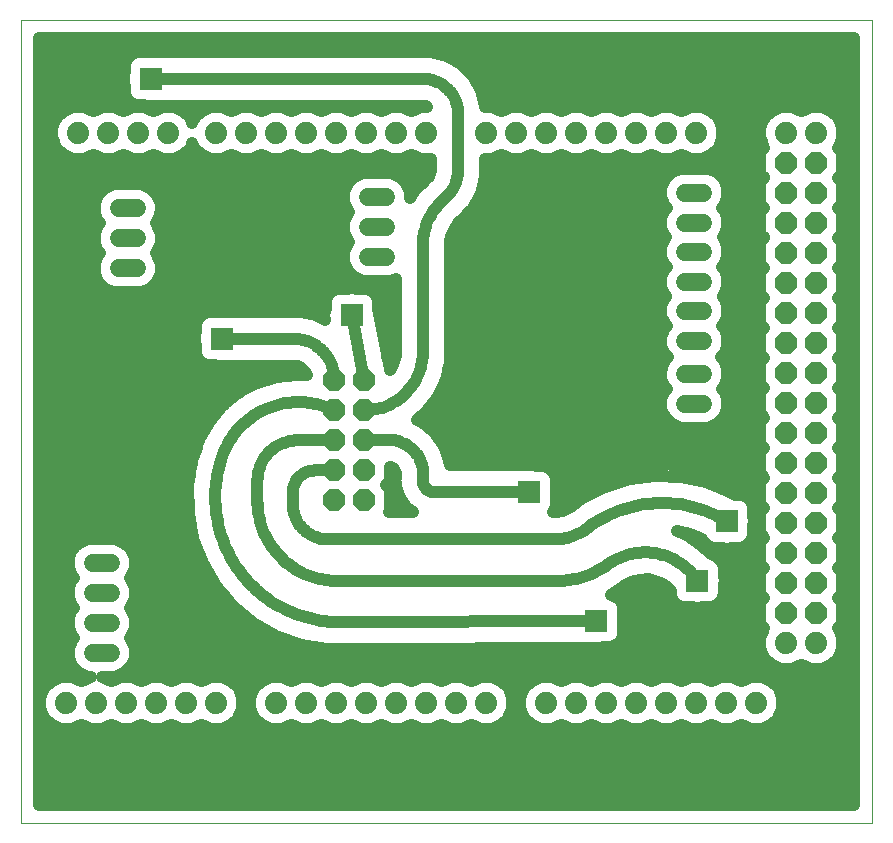
<source format=gtl>
G75*
%MOIN*%
%OFA0B0*%
%FSLAX24Y24*%
%IPPOS*%
%LPD*%
%AMOC8*
5,1,8,0,0,1.08239X$1,22.5*
%
%ADD10C,0.0000*%
%ADD11C,0.0600*%
%ADD12OC8,0.0720*%
%ADD13C,0.0740*%
%ADD14OC8,0.0740*%
%ADD15R,0.0760X0.0760*%
%ADD16C,0.0400*%
D10*
X008434Y000694D02*
X008434Y027465D01*
X036781Y027465D01*
X036781Y000694D01*
X008434Y000694D01*
D11*
X010815Y006363D02*
X011415Y006363D01*
X011415Y007363D02*
X010815Y007363D01*
X010815Y008363D02*
X011415Y008363D01*
X011415Y009363D02*
X010815Y009363D01*
X011677Y019182D02*
X012277Y019182D01*
X012277Y020182D02*
X011677Y020182D01*
X011677Y021182D02*
X012277Y021182D01*
X019988Y021556D02*
X020588Y021556D01*
X020588Y020556D02*
X019988Y020556D01*
X019988Y019556D02*
X020588Y019556D01*
X030575Y019729D02*
X031175Y019729D01*
X031175Y020698D02*
X030575Y020698D01*
X030575Y021698D02*
X031175Y021698D01*
X031175Y018729D02*
X030575Y018729D01*
X030575Y017761D02*
X031175Y017761D01*
X031175Y016761D02*
X030575Y016761D01*
X030575Y015666D02*
X031175Y015666D01*
X031175Y014666D02*
X030575Y014666D01*
D12*
X019875Y014444D03*
X019875Y015444D03*
X018875Y015444D03*
X018875Y014444D03*
X018875Y013444D03*
X019875Y013444D03*
X019875Y012444D03*
X018875Y012444D03*
X018875Y011444D03*
X019875Y011444D03*
D13*
X019938Y004694D03*
X020938Y004694D03*
X021938Y004694D03*
X022938Y004694D03*
X023938Y004694D03*
X025938Y004694D03*
X026938Y004694D03*
X027938Y004694D03*
X028938Y004694D03*
X029938Y004694D03*
X030938Y004694D03*
X031938Y004694D03*
X032938Y004694D03*
X033938Y006694D03*
X034938Y006694D03*
X018938Y004694D03*
X017938Y004694D03*
X016938Y004694D03*
X014938Y004694D03*
X013938Y004694D03*
X012938Y004694D03*
X011938Y004694D03*
X010938Y004694D03*
X009938Y004694D03*
X010338Y023694D03*
X011338Y023694D03*
X012338Y023694D03*
X013338Y023694D03*
X014938Y023694D03*
X015938Y023694D03*
X016938Y023694D03*
X017938Y023694D03*
X018938Y023694D03*
X019938Y023694D03*
X020938Y023694D03*
X021938Y023694D03*
X023938Y023694D03*
X024938Y023694D03*
X025938Y023694D03*
X026938Y023694D03*
X027938Y023694D03*
X028938Y023694D03*
X029938Y023694D03*
X030938Y023694D03*
X033938Y023694D03*
X034938Y023694D03*
D14*
X034938Y022694D03*
X033938Y022694D03*
X033938Y021694D03*
X034938Y021694D03*
X034938Y020694D03*
X033938Y020694D03*
X033938Y019694D03*
X034938Y019694D03*
X034938Y018694D03*
X033938Y018694D03*
X033938Y017694D03*
X034938Y017694D03*
X034938Y016694D03*
X033938Y016694D03*
X033938Y015694D03*
X034938Y015694D03*
X034938Y014694D03*
X033938Y014694D03*
X033938Y013694D03*
X034938Y013694D03*
X034938Y012694D03*
X033938Y012694D03*
X033938Y011694D03*
X034938Y011694D03*
X034938Y010694D03*
X033938Y010694D03*
X033938Y009694D03*
X034938Y009694D03*
X034938Y008694D03*
X033938Y008694D03*
X033938Y007694D03*
X034938Y007694D03*
D15*
X030966Y008765D03*
X031950Y010749D03*
X027607Y007426D03*
X025363Y011717D03*
X019458Y017623D03*
X015127Y016835D03*
X012765Y025497D03*
D16*
X021820Y025497D01*
X021820Y024597D02*
X021857Y024594D01*
X021927Y024575D01*
X021948Y024564D01*
X021765Y024564D01*
X021445Y024431D01*
X021438Y024424D01*
X021431Y024431D01*
X021111Y024564D01*
X020765Y024564D01*
X020445Y024431D01*
X020438Y024424D01*
X020431Y024431D01*
X020111Y024564D01*
X019765Y024564D01*
X019445Y024431D01*
X019438Y024424D01*
X019431Y024431D01*
X019111Y024564D01*
X018765Y024564D01*
X018445Y024431D01*
X018438Y024424D01*
X018431Y024431D01*
X018111Y024564D01*
X017765Y024564D01*
X017445Y024431D01*
X017438Y024424D01*
X017431Y024431D01*
X017111Y024564D01*
X016765Y024564D01*
X016445Y024431D01*
X016438Y024424D01*
X016431Y024431D01*
X016111Y024564D01*
X015765Y024564D01*
X015445Y024431D01*
X015438Y024424D01*
X015431Y024431D01*
X015111Y024564D01*
X014765Y024564D01*
X014445Y024431D01*
X014200Y024187D01*
X014138Y024036D01*
X014076Y024187D01*
X013831Y024431D01*
X013511Y024564D01*
X013165Y024564D01*
X012845Y024431D01*
X012838Y024424D01*
X012831Y024431D01*
X012511Y024564D01*
X012165Y024564D01*
X011845Y024431D01*
X011838Y024424D01*
X011831Y024431D01*
X011511Y024564D01*
X011165Y024564D01*
X010845Y024431D01*
X010838Y024424D01*
X010831Y024431D01*
X010511Y024564D01*
X010165Y024564D01*
X009845Y024431D01*
X009600Y024187D01*
X009468Y023867D01*
X009468Y023521D01*
X009600Y023201D01*
X009845Y022956D01*
X010165Y022824D01*
X010511Y022824D01*
X010831Y022956D01*
X010838Y022963D01*
X010845Y022956D01*
X011165Y022824D01*
X011511Y022824D01*
X011831Y022956D01*
X011838Y022963D01*
X011845Y022956D01*
X012165Y022824D01*
X012511Y022824D01*
X012831Y022956D01*
X012838Y022963D01*
X012845Y022956D01*
X013165Y022824D01*
X013511Y022824D01*
X013831Y022956D01*
X014076Y023201D01*
X014138Y023352D01*
X014200Y023201D01*
X014445Y022956D01*
X014765Y022824D01*
X015111Y022824D01*
X015431Y022956D01*
X015438Y022963D01*
X015445Y022956D01*
X015765Y022824D01*
X016111Y022824D01*
X016431Y022956D01*
X016438Y022963D01*
X016445Y022956D01*
X016765Y022824D01*
X017111Y022824D01*
X017431Y022956D01*
X017438Y022963D01*
X017445Y022956D01*
X017765Y022824D01*
X018111Y022824D01*
X018431Y022956D01*
X018438Y022963D01*
X018445Y022956D01*
X018765Y022824D01*
X019111Y022824D01*
X019431Y022956D01*
X019438Y022963D01*
X019445Y022956D01*
X019765Y022824D01*
X020111Y022824D01*
X020431Y022956D01*
X020438Y022963D01*
X020445Y022956D01*
X020765Y022824D01*
X021111Y022824D01*
X021431Y022956D01*
X021438Y022963D01*
X021445Y022956D01*
X021765Y022824D01*
X022101Y022824D01*
X022101Y022510D01*
X022097Y022452D01*
X022067Y022340D01*
X022009Y022240D01*
X021971Y022196D01*
X021883Y022108D01*
X021844Y022070D01*
X021633Y021859D01*
X021560Y021786D01*
X021388Y021528D01*
X021388Y021715D01*
X021267Y022009D01*
X021042Y022234D01*
X020748Y022356D01*
X019829Y022356D01*
X019535Y022234D01*
X019310Y022009D01*
X019188Y021715D01*
X019188Y021397D01*
X019310Y021103D01*
X019357Y021056D01*
X019310Y021009D01*
X019188Y020715D01*
X019188Y020397D01*
X019310Y020103D01*
X019357Y020056D01*
X019310Y020009D01*
X019188Y019715D01*
X019188Y019397D01*
X019310Y019103D01*
X019535Y018878D01*
X019829Y018756D01*
X020748Y018756D01*
X020920Y018827D01*
X020920Y016389D01*
X020913Y016272D01*
X020861Y016043D01*
X020760Y015833D01*
X020734Y015801D01*
X020720Y015815D01*
X020338Y017813D01*
X020338Y018102D01*
X020262Y018286D01*
X020121Y018427D01*
X019937Y018503D01*
X019646Y018503D01*
X019464Y018540D01*
X019268Y018503D01*
X018978Y018503D01*
X018794Y018427D01*
X018654Y018286D01*
X018578Y018102D01*
X018578Y017812D01*
X018540Y017629D01*
X018571Y017465D01*
X018249Y017621D01*
X017747Y017735D01*
X014948Y017735D01*
X014900Y017715D01*
X014648Y017715D01*
X014464Y017639D01*
X014323Y017499D01*
X014247Y017315D01*
X014247Y017063D01*
X014227Y017014D01*
X014227Y016656D01*
X014247Y016608D01*
X014247Y016356D01*
X014323Y016172D01*
X014464Y016032D01*
X014648Y015955D01*
X014900Y015955D01*
X014948Y015935D01*
X017489Y015935D01*
X017544Y015932D01*
X017650Y015908D01*
X017748Y015861D01*
X017833Y015793D01*
X017901Y015708D01*
X017947Y015613D01*
X017632Y015638D01*
X017632Y015638D01*
X016954Y015565D01*
X016302Y015366D01*
X015700Y015048D01*
X015700Y015048D01*
X015167Y014622D01*
X014724Y014104D01*
X014386Y013513D01*
X014386Y013513D01*
X014334Y013360D01*
X014334Y013360D01*
X014308Y013285D01*
X014276Y013190D01*
X014218Y013021D01*
X014133Y012776D01*
X013996Y011909D01*
X014009Y011032D01*
X014173Y010171D01*
X014483Y009350D01*
X014929Y008595D01*
X015499Y007928D01*
X016175Y007369D01*
X016936Y006935D01*
X016936Y006935D01*
X017761Y006637D01*
X017761Y006637D01*
X018625Y006487D01*
X018887Y006487D01*
X018889Y006486D01*
X019066Y006487D01*
X019243Y006487D01*
X019245Y006487D01*
X027790Y006527D01*
X027836Y006546D01*
X028087Y006546D01*
X028271Y006622D01*
X028411Y006763D01*
X028487Y006947D01*
X028487Y007200D01*
X028508Y007251D01*
X028506Y007609D01*
X028487Y007655D01*
X028487Y007905D01*
X028411Y008089D01*
X028271Y008230D01*
X028087Y008306D01*
X028081Y008306D01*
X028290Y008413D01*
X028290Y008413D01*
X028386Y008483D01*
X028386Y008483D01*
X028483Y008554D01*
X028531Y008588D01*
X028631Y008654D01*
X028848Y008752D01*
X029081Y008805D01*
X029319Y008810D01*
X029554Y008766D01*
X029774Y008676D01*
X029973Y008543D01*
X030086Y008428D01*
X030086Y008285D01*
X030162Y008101D01*
X030302Y007961D01*
X030486Y007885D01*
X030777Y007885D01*
X030951Y007847D01*
X031157Y007885D01*
X031445Y007885D01*
X031629Y007961D01*
X031769Y008101D01*
X031846Y008285D01*
X031846Y008576D01*
X031883Y008750D01*
X031846Y008956D01*
X031846Y009244D01*
X031769Y009428D01*
X031629Y009568D01*
X031445Y009645D01*
X031422Y009645D01*
X031131Y009941D01*
X030627Y010279D01*
X030306Y010410D01*
X030731Y010319D01*
X031112Y010166D01*
X031146Y010086D01*
X031287Y009945D01*
X031470Y009869D01*
X031753Y009869D01*
X031984Y009832D01*
X032139Y009869D01*
X032429Y009869D01*
X032613Y009945D01*
X032754Y010086D01*
X032830Y010269D01*
X032830Y010552D01*
X032867Y010783D01*
X032830Y010938D01*
X032830Y011228D01*
X032754Y011412D01*
X032613Y011553D01*
X032429Y011629D01*
X032237Y011629D01*
X032056Y011740D01*
X031261Y012058D01*
X031261Y012058D01*
X030422Y012237D01*
X029566Y012271D01*
X029566Y012271D01*
X028716Y012159D01*
X028716Y012159D01*
X027898Y011904D01*
X027135Y011513D01*
X026935Y011364D01*
X026935Y011364D01*
X026792Y011256D01*
X026697Y011193D01*
X026488Y011097D01*
X026265Y011049D01*
X026156Y011043D01*
X026167Y011054D01*
X026243Y011238D01*
X026243Y011490D01*
X026263Y011538D01*
X026263Y011896D01*
X026243Y011945D01*
X026243Y012197D01*
X026167Y012381D01*
X026026Y012521D01*
X025843Y012597D01*
X025590Y012597D01*
X025542Y012617D01*
X022717Y012617D01*
X022704Y012762D01*
X022518Y013269D01*
X022518Y013269D01*
X022206Y013711D01*
X021791Y014057D01*
X021616Y014138D01*
X021899Y014364D01*
X021899Y014364D01*
X022299Y014865D01*
X022577Y015443D01*
X022720Y016068D01*
X022720Y019957D01*
X022725Y020062D01*
X022766Y020267D01*
X022846Y020461D01*
X022962Y020635D01*
X023033Y020713D01*
X023117Y020797D01*
X023156Y020835D01*
X023370Y021050D01*
X023453Y021132D01*
X023748Y021644D01*
X023748Y021644D01*
X023901Y022215D01*
X023901Y022824D01*
X024111Y022824D01*
X024431Y022956D01*
X024438Y022963D01*
X024445Y022956D01*
X024765Y022824D01*
X025111Y022824D01*
X025431Y022956D01*
X025438Y022963D01*
X025445Y022956D01*
X025765Y022824D01*
X026111Y022824D01*
X026431Y022956D01*
X026438Y022963D01*
X026445Y022956D01*
X026765Y022824D01*
X027111Y022824D01*
X027431Y022956D01*
X027438Y022963D01*
X027445Y022956D01*
X027765Y022824D01*
X028111Y022824D01*
X028431Y022956D01*
X028438Y022963D01*
X028445Y022956D01*
X028765Y022824D01*
X029111Y022824D01*
X029431Y022956D01*
X029438Y022963D01*
X029445Y022956D01*
X029765Y022824D01*
X030111Y022824D01*
X030431Y022956D01*
X030438Y022963D01*
X030445Y022956D01*
X030765Y022824D01*
X031111Y022824D01*
X031431Y022956D01*
X031676Y023201D01*
X031808Y023521D01*
X031808Y023867D01*
X031676Y024187D01*
X031431Y024431D01*
X031111Y024564D01*
X030765Y024564D01*
X030445Y024431D01*
X030438Y024424D01*
X030431Y024431D01*
X030111Y024564D01*
X029765Y024564D01*
X029445Y024431D01*
X029438Y024424D01*
X029431Y024431D01*
X029111Y024564D01*
X028765Y024564D01*
X028445Y024431D01*
X028438Y024424D01*
X028431Y024431D01*
X028111Y024564D01*
X027765Y024564D01*
X027445Y024431D01*
X027438Y024424D01*
X027431Y024431D01*
X027111Y024564D01*
X026765Y024564D01*
X026445Y024431D01*
X026438Y024424D01*
X026431Y024431D01*
X026111Y024564D01*
X025765Y024564D01*
X025445Y024431D01*
X025438Y024424D01*
X025431Y024431D01*
X025111Y024564D01*
X024765Y024564D01*
X024445Y024431D01*
X024438Y024424D01*
X024431Y024431D01*
X024111Y024564D01*
X023901Y024564D01*
X023901Y024590D01*
X023759Y025119D01*
X023485Y025594D01*
X023098Y025981D01*
X023098Y025981D01*
X022623Y026255D01*
X022094Y026397D01*
X012586Y026397D01*
X012537Y026377D01*
X012285Y026377D01*
X012102Y026301D01*
X011961Y026160D01*
X011885Y025976D01*
X011885Y025724D01*
X011865Y025676D01*
X011865Y025318D01*
X011885Y025270D01*
X011885Y025017D01*
X011961Y024834D01*
X012102Y024693D01*
X012285Y024617D01*
X012537Y024617D01*
X012586Y024597D01*
X021820Y024597D01*
X021820Y025497D02*
X021886Y025495D01*
X021952Y025490D01*
X022018Y025480D01*
X022083Y025467D01*
X022147Y025451D01*
X022210Y025431D01*
X022272Y025407D01*
X022332Y025380D01*
X022391Y025350D01*
X022448Y025316D01*
X022503Y025279D01*
X022556Y025239D01*
X022607Y025197D01*
X022655Y025151D01*
X022701Y025103D01*
X022743Y025052D01*
X022783Y024999D01*
X022820Y024944D01*
X022854Y024887D01*
X022884Y024828D01*
X022911Y024768D01*
X022935Y024706D01*
X022955Y024643D01*
X022971Y024579D01*
X022984Y024514D01*
X022994Y024448D01*
X022999Y024382D01*
X023001Y024316D01*
X023001Y022510D01*
X023901Y022611D02*
X033068Y022611D01*
X033068Y022333D02*
X033208Y022194D01*
X033068Y022054D01*
X033068Y021333D01*
X033208Y021194D01*
X033068Y021054D01*
X033068Y020333D01*
X033208Y020194D01*
X033068Y020054D01*
X033068Y019333D01*
X033208Y019194D01*
X033068Y019054D01*
X033068Y018333D01*
X033208Y018194D01*
X033068Y018054D01*
X033068Y017333D01*
X033208Y017194D01*
X033068Y017054D01*
X033068Y016333D01*
X033208Y016194D01*
X033068Y016054D01*
X033068Y015333D01*
X033208Y015194D01*
X033068Y015054D01*
X033068Y014333D01*
X033208Y014194D01*
X033068Y014054D01*
X033068Y013333D01*
X033208Y013194D01*
X033068Y013054D01*
X033068Y012333D01*
X033208Y012194D01*
X033068Y012054D01*
X033068Y011333D01*
X033208Y011194D01*
X033068Y011054D01*
X033068Y010333D01*
X033208Y010194D01*
X033068Y010054D01*
X033068Y009333D01*
X033208Y009194D01*
X033068Y009054D01*
X033068Y008333D01*
X033208Y008194D01*
X033068Y008054D01*
X033068Y007333D01*
X033208Y007194D01*
X033200Y007187D01*
X033068Y006867D01*
X033068Y006521D01*
X033200Y006201D01*
X033445Y005956D01*
X033765Y005824D01*
X034111Y005824D01*
X034431Y005956D01*
X034438Y005963D01*
X034445Y005956D01*
X034765Y005824D01*
X035111Y005824D01*
X035431Y005956D01*
X035676Y006201D01*
X035808Y006521D01*
X035808Y006867D01*
X035676Y007187D01*
X035668Y007194D01*
X035808Y007333D01*
X035808Y008054D01*
X035668Y008194D01*
X035808Y008333D01*
X035808Y009054D01*
X035668Y009194D01*
X035808Y009333D01*
X035808Y010054D01*
X035668Y010194D01*
X035808Y010333D01*
X035808Y011054D01*
X035668Y011194D01*
X035808Y011333D01*
X035808Y012054D01*
X035668Y012194D01*
X035808Y012333D01*
X035808Y013054D01*
X035668Y013194D01*
X035808Y013333D01*
X035808Y014054D01*
X035668Y014194D01*
X035808Y014333D01*
X035808Y015054D01*
X035668Y015194D01*
X035808Y015333D01*
X035808Y016054D01*
X035668Y016194D01*
X035808Y016333D01*
X035808Y017054D01*
X035668Y017194D01*
X035808Y017333D01*
X035808Y018054D01*
X035668Y018194D01*
X035808Y018333D01*
X035808Y019054D01*
X035668Y019194D01*
X035808Y019333D01*
X035808Y020054D01*
X035668Y020194D01*
X035808Y020333D01*
X035808Y021054D01*
X035668Y021194D01*
X035808Y021333D01*
X035808Y022054D01*
X035668Y022194D01*
X035808Y022333D01*
X035808Y023054D01*
X035668Y023194D01*
X035676Y023201D01*
X035808Y023521D01*
X035808Y023867D01*
X035676Y024187D01*
X035431Y024431D01*
X035111Y024564D01*
X034765Y024564D01*
X034445Y024431D01*
X034438Y024424D01*
X034431Y024431D01*
X034111Y024564D01*
X033765Y024564D01*
X033445Y024431D01*
X033200Y024187D01*
X033068Y023867D01*
X033068Y023521D01*
X033200Y023201D01*
X033208Y023194D01*
X033068Y023054D01*
X033068Y022333D01*
X033189Y022213D02*
X031791Y022213D01*
X031853Y022151D02*
X031628Y022376D01*
X031334Y022498D01*
X030416Y022498D01*
X030122Y022376D01*
X029897Y022151D01*
X029775Y021857D01*
X029775Y021539D01*
X029897Y021244D01*
X029944Y021198D01*
X029897Y021151D01*
X029775Y020857D01*
X029775Y020539D01*
X029897Y020244D01*
X029928Y020213D01*
X029897Y020182D01*
X029775Y019888D01*
X029775Y019570D01*
X029897Y019276D01*
X029944Y019229D01*
X029897Y019182D01*
X029775Y018888D01*
X029775Y018570D01*
X029897Y018276D01*
X029928Y018245D01*
X029897Y018214D01*
X029775Y017920D01*
X029775Y017601D01*
X029897Y017307D01*
X029944Y017261D01*
X029897Y017214D01*
X029775Y016920D01*
X029775Y016601D01*
X029897Y016307D01*
X029991Y016213D01*
X029897Y016119D01*
X029775Y015825D01*
X029775Y015507D01*
X029897Y015213D01*
X029944Y015166D01*
X029897Y015119D01*
X029775Y014825D01*
X029775Y014507D01*
X029897Y014213D01*
X030122Y013988D01*
X030416Y013866D01*
X031334Y013866D01*
X031628Y013988D01*
X031853Y014213D01*
X031975Y014507D01*
X031975Y014825D01*
X031853Y015119D01*
X031806Y015166D01*
X031853Y015213D01*
X031975Y015507D01*
X031975Y015825D01*
X031853Y016119D01*
X031759Y016213D01*
X031853Y016307D01*
X031975Y016601D01*
X031975Y016920D01*
X031853Y017214D01*
X031806Y017261D01*
X031853Y017307D01*
X031975Y017601D01*
X031975Y017920D01*
X031853Y018214D01*
X031822Y018245D01*
X031853Y018276D01*
X031975Y018570D01*
X031975Y018888D01*
X031853Y019182D01*
X031806Y019229D01*
X031853Y019276D01*
X031975Y019570D01*
X031975Y019888D01*
X031853Y020182D01*
X031822Y020213D01*
X031853Y020244D01*
X031975Y020539D01*
X031975Y020857D01*
X031853Y021151D01*
X031806Y021198D01*
X031853Y021244D01*
X031975Y021539D01*
X031975Y021857D01*
X031853Y022151D01*
X031975Y021814D02*
X033068Y021814D01*
X033068Y021416D02*
X031924Y021416D01*
X031909Y021017D02*
X033068Y021017D01*
X033068Y020619D02*
X031975Y020619D01*
X031829Y020220D02*
X033181Y020220D01*
X033068Y019822D02*
X031975Y019822D01*
X031914Y019423D02*
X033068Y019423D01*
X033068Y019025D02*
X031918Y019025D01*
X031975Y018626D02*
X033068Y018626D01*
X033174Y018228D02*
X031839Y018228D01*
X031975Y017829D02*
X033068Y017829D01*
X033068Y017431D02*
X031904Y017431D01*
X031928Y017032D02*
X033068Y017032D01*
X033068Y016634D02*
X031975Y016634D01*
X031781Y016235D02*
X033166Y016235D01*
X033068Y015837D02*
X031970Y015837D01*
X031946Y015438D02*
X033068Y015438D01*
X033068Y015040D02*
X031886Y015040D01*
X031975Y014641D02*
X033068Y014641D01*
X033159Y014243D02*
X031866Y014243D01*
X033068Y013844D02*
X022047Y013844D01*
X022206Y013711D02*
X022206Y013711D01*
X022393Y013446D02*
X033068Y013446D01*
X033068Y013047D02*
X022599Y013047D01*
X022704Y012762D02*
X022704Y012762D01*
X022714Y012649D02*
X033068Y012649D01*
X033151Y012250D02*
X030093Y012250D01*
X030422Y012237D02*
X030422Y012237D01*
X029409Y012250D02*
X026221Y012250D01*
X027332Y010536D02*
X027264Y010487D01*
X027193Y010440D01*
X027120Y010397D01*
X027046Y010357D01*
X026970Y010320D01*
X026892Y010287D01*
X026814Y010257D01*
X026733Y010230D01*
X026652Y010207D01*
X026570Y010187D01*
X026487Y010171D01*
X026404Y010158D01*
X026320Y010149D01*
X026235Y010144D01*
X026151Y010142D01*
X026151Y010143D02*
X018670Y010143D01*
X018604Y010145D01*
X018538Y010150D01*
X018472Y010160D01*
X018407Y010173D01*
X018343Y010189D01*
X018280Y010209D01*
X018218Y010233D01*
X018158Y010260D01*
X018099Y010290D01*
X018042Y010324D01*
X017987Y010361D01*
X017934Y010401D01*
X017883Y010443D01*
X017835Y010489D01*
X017789Y010537D01*
X017747Y010588D01*
X017707Y010641D01*
X017670Y010696D01*
X017636Y010753D01*
X017606Y010812D01*
X017579Y010872D01*
X017555Y010934D01*
X017535Y010997D01*
X017519Y011061D01*
X017506Y011126D01*
X017496Y011192D01*
X017491Y011258D01*
X017489Y011324D01*
X017489Y011717D01*
X015127Y012898D02*
X015162Y012994D01*
X015200Y013088D01*
X015242Y013181D01*
X015288Y013272D01*
X015336Y013362D01*
X015389Y013449D01*
X015444Y013535D01*
X015503Y013618D01*
X015565Y013699D01*
X015629Y013778D01*
X015697Y013854D01*
X015768Y013928D01*
X015841Y013998D01*
X015917Y014066D01*
X015995Y014131D01*
X016076Y014194D01*
X016159Y014253D01*
X016244Y014308D01*
X016331Y014361D01*
X016421Y014410D01*
X016512Y014456D01*
X016604Y014498D01*
X016699Y014537D01*
X016794Y014572D01*
X016891Y014604D01*
X016989Y014632D01*
X017088Y014656D01*
X017188Y014677D01*
X017288Y014693D01*
X017389Y014706D01*
X017491Y014715D01*
X017593Y014721D01*
X017694Y014722D01*
X017796Y014719D01*
X017898Y014713D01*
X017999Y014703D01*
X018100Y014689D01*
X018201Y014671D01*
X018300Y014650D01*
X018399Y014624D01*
X018497Y014596D01*
X018593Y014563D01*
X018688Y014527D01*
X018782Y014487D01*
X018874Y014443D01*
X018875Y015444D02*
X018875Y015450D01*
X019875Y015444D02*
X019458Y017623D01*
X018578Y017829D02*
X009034Y017829D01*
X009034Y018228D02*
X018630Y018228D01*
X018249Y017621D02*
X018249Y017621D01*
X017489Y016835D02*
X015127Y016835D01*
X014295Y017431D02*
X009034Y017431D01*
X009034Y017032D02*
X014234Y017032D01*
X014236Y016634D02*
X009034Y016634D01*
X009034Y016235D02*
X014297Y016235D01*
X015690Y015040D02*
X009034Y015040D01*
X009034Y015438D02*
X016540Y015438D01*
X016302Y015366D02*
X016302Y015366D01*
X016954Y015565D02*
X016954Y015565D01*
X017489Y016836D02*
X017562Y016834D01*
X017634Y016828D01*
X017706Y016819D01*
X017777Y016806D01*
X017848Y016789D01*
X017917Y016768D01*
X017986Y016744D01*
X018053Y016716D01*
X018118Y016685D01*
X018182Y016650D01*
X018244Y016612D01*
X018304Y016571D01*
X018361Y016527D01*
X018416Y016480D01*
X018469Y016430D01*
X018519Y016377D01*
X018566Y016322D01*
X018610Y016265D01*
X018651Y016205D01*
X018689Y016143D01*
X018724Y016079D01*
X018755Y016014D01*
X018783Y015947D01*
X018807Y015878D01*
X018828Y015809D01*
X018845Y015738D01*
X018858Y015667D01*
X018867Y015595D01*
X018873Y015523D01*
X018875Y015450D01*
X017778Y015837D02*
X009034Y015837D01*
X009034Y014641D02*
X015191Y014641D01*
X015167Y014622D02*
X015167Y014622D01*
X015167Y014622D01*
X014843Y014243D02*
X009034Y014243D01*
X009034Y013844D02*
X014576Y013844D01*
X014724Y014104D02*
X014724Y014104D01*
X014363Y013446D02*
X009034Y013446D01*
X009034Y013047D02*
X014227Y013047D01*
X014133Y012776D02*
X014133Y012776D01*
X014113Y012649D02*
X009034Y012649D01*
X009034Y012250D02*
X014050Y012250D01*
X013996Y011909D02*
X013996Y011909D01*
X013997Y011852D02*
X009034Y011852D01*
X009034Y011453D02*
X014003Y011453D01*
X014009Y011055D02*
X009034Y011055D01*
X009034Y010656D02*
X014081Y010656D01*
X014157Y010258D02*
X009034Y010258D01*
X009034Y009859D02*
X010180Y009859D01*
X010137Y009816D02*
X010362Y010041D01*
X010656Y010163D01*
X011574Y010163D01*
X011868Y010041D01*
X012093Y009816D01*
X012215Y009522D01*
X012215Y009204D01*
X012093Y008910D01*
X012047Y008863D01*
X012093Y008816D01*
X012215Y008522D01*
X012215Y008204D01*
X012093Y007910D01*
X012047Y007863D01*
X012093Y007816D01*
X012215Y007522D01*
X012215Y007204D01*
X012093Y006910D01*
X012047Y006863D01*
X012093Y006816D01*
X012215Y006522D01*
X012215Y006204D01*
X012093Y005910D01*
X011868Y005685D01*
X011574Y005563D01*
X011113Y005563D01*
X011431Y005431D01*
X011438Y005424D01*
X011445Y005431D01*
X011765Y005564D01*
X012111Y005564D01*
X012431Y005431D01*
X012438Y005424D01*
X012445Y005431D01*
X012765Y005564D01*
X013111Y005564D01*
X013431Y005431D01*
X013438Y005424D01*
X013445Y005431D01*
X013765Y005564D01*
X014111Y005564D01*
X014431Y005431D01*
X014438Y005424D01*
X014445Y005431D01*
X014765Y005564D01*
X015111Y005564D01*
X015431Y005431D01*
X015676Y005187D01*
X015808Y004867D01*
X015808Y004521D01*
X015676Y004201D01*
X015431Y003956D01*
X015111Y003824D01*
X014765Y003824D01*
X014445Y003956D01*
X014438Y003963D01*
X014431Y003956D01*
X014111Y003824D01*
X013765Y003824D01*
X013445Y003956D01*
X013438Y003963D01*
X013431Y003956D01*
X013111Y003824D01*
X012765Y003824D01*
X012445Y003956D01*
X012438Y003963D01*
X012431Y003956D01*
X012111Y003824D01*
X011765Y003824D01*
X011445Y003956D01*
X011438Y003963D01*
X011431Y003956D01*
X011111Y003824D01*
X010765Y003824D01*
X010445Y003956D01*
X010438Y003963D01*
X010431Y003956D01*
X010111Y003824D01*
X009765Y003824D01*
X009445Y003956D01*
X009200Y004201D01*
X009068Y004521D01*
X009068Y004867D01*
X009200Y005187D01*
X009445Y005431D01*
X009765Y005564D01*
X010111Y005564D01*
X010431Y005431D01*
X010438Y005424D01*
X010445Y005431D01*
X010763Y005563D01*
X010656Y005563D01*
X010362Y005685D01*
X010137Y005910D01*
X010015Y006204D01*
X010015Y006522D01*
X010137Y006816D01*
X010184Y006863D01*
X010137Y006910D01*
X010015Y007204D01*
X010015Y007522D01*
X010137Y007816D01*
X010184Y007863D01*
X010137Y007910D01*
X010015Y008204D01*
X010015Y008522D01*
X010137Y008816D01*
X010184Y008863D01*
X010137Y008910D01*
X010015Y009204D01*
X010015Y009522D01*
X010137Y009816D01*
X010015Y009461D02*
X009034Y009461D01*
X009034Y009062D02*
X010074Y009062D01*
X010074Y008664D02*
X009034Y008664D01*
X009034Y008265D02*
X010015Y008265D01*
X010180Y007867D02*
X009034Y007867D01*
X009034Y007468D02*
X010015Y007468D01*
X010071Y007070D02*
X009034Y007070D01*
X009034Y006671D02*
X010077Y006671D01*
X010015Y006273D02*
X009034Y006273D01*
X009034Y005874D02*
X010173Y005874D01*
X010323Y005476D02*
X010552Y005476D01*
X011323Y005476D02*
X011552Y005476D01*
X012058Y005874D02*
X033643Y005874D01*
X033431Y005431D02*
X033111Y005564D01*
X032765Y005564D01*
X032445Y005431D01*
X032438Y005424D01*
X032431Y005431D01*
X032111Y005564D01*
X031765Y005564D01*
X031445Y005431D01*
X031438Y005424D01*
X031431Y005431D01*
X031111Y005564D01*
X030765Y005564D01*
X030445Y005431D01*
X030438Y005424D01*
X030431Y005431D01*
X030111Y005564D01*
X029765Y005564D01*
X029445Y005431D01*
X029438Y005424D01*
X029431Y005431D01*
X029111Y005564D01*
X028765Y005564D01*
X028445Y005431D01*
X028438Y005424D01*
X028431Y005431D01*
X028111Y005564D01*
X027765Y005564D01*
X027445Y005431D01*
X027438Y005424D01*
X027431Y005431D01*
X027111Y005564D01*
X026765Y005564D01*
X026445Y005431D01*
X026438Y005424D01*
X026431Y005431D01*
X026111Y005564D01*
X025765Y005564D01*
X025445Y005431D01*
X025200Y005187D01*
X025068Y004867D01*
X025068Y004521D01*
X025200Y004201D01*
X025445Y003956D01*
X025765Y003824D01*
X026111Y003824D01*
X026431Y003956D01*
X026438Y003963D01*
X026445Y003956D01*
X026765Y003824D01*
X027111Y003824D01*
X027431Y003956D01*
X027438Y003963D01*
X027445Y003956D01*
X027765Y003824D01*
X028111Y003824D01*
X028431Y003956D01*
X028438Y003963D01*
X028445Y003956D01*
X028765Y003824D01*
X029111Y003824D01*
X029431Y003956D01*
X029438Y003963D01*
X029445Y003956D01*
X029765Y003824D01*
X030111Y003824D01*
X030431Y003956D01*
X030438Y003963D01*
X030445Y003956D01*
X030765Y003824D01*
X031111Y003824D01*
X031431Y003956D01*
X031438Y003963D01*
X031445Y003956D01*
X031765Y003824D01*
X032111Y003824D01*
X032431Y003956D01*
X032438Y003963D01*
X032445Y003956D01*
X032765Y003824D01*
X033111Y003824D01*
X033431Y003956D01*
X033676Y004201D01*
X033808Y004521D01*
X033808Y004867D01*
X033676Y005187D01*
X033431Y005431D01*
X033323Y005476D02*
X036181Y005476D01*
X036181Y005874D02*
X035233Y005874D01*
X034643Y005874D02*
X034233Y005874D01*
X033721Y005077D02*
X036181Y005077D01*
X036181Y004679D02*
X033808Y004679D01*
X033708Y004280D02*
X036181Y004280D01*
X036181Y003882D02*
X033251Y003882D01*
X032625Y003882D02*
X032251Y003882D01*
X031625Y003882D02*
X031251Y003882D01*
X030625Y003882D02*
X030251Y003882D01*
X029625Y003882D02*
X029251Y003882D01*
X028625Y003882D02*
X028251Y003882D01*
X027625Y003882D02*
X027251Y003882D01*
X026625Y003882D02*
X026251Y003882D01*
X025625Y003882D02*
X024251Y003882D01*
X024111Y003824D02*
X024431Y003956D01*
X024676Y004201D01*
X024808Y004521D01*
X024808Y004867D01*
X024676Y005187D01*
X024431Y005431D01*
X024111Y005564D01*
X023765Y005564D01*
X023445Y005431D01*
X023438Y005424D01*
X023431Y005431D01*
X023111Y005564D01*
X022765Y005564D01*
X022445Y005431D01*
X022438Y005424D01*
X022431Y005431D01*
X022111Y005564D01*
X021765Y005564D01*
X021445Y005431D01*
X021438Y005424D01*
X021431Y005431D01*
X021111Y005564D01*
X020765Y005564D01*
X020445Y005431D01*
X020438Y005424D01*
X020431Y005431D01*
X020111Y005564D01*
X019765Y005564D01*
X019445Y005431D01*
X019438Y005424D01*
X019431Y005431D01*
X019111Y005564D01*
X018765Y005564D01*
X018445Y005431D01*
X018438Y005424D01*
X018431Y005431D01*
X018111Y005564D01*
X017765Y005564D01*
X017445Y005431D01*
X017438Y005424D01*
X017431Y005431D01*
X017111Y005564D01*
X016765Y005564D01*
X016445Y005431D01*
X016200Y005187D01*
X016068Y004867D01*
X016068Y004521D01*
X016200Y004201D01*
X016445Y003956D01*
X016765Y003824D01*
X017111Y003824D01*
X017431Y003956D01*
X017438Y003963D01*
X017445Y003956D01*
X017765Y003824D01*
X018111Y003824D01*
X018431Y003956D01*
X018438Y003963D01*
X018445Y003956D01*
X018765Y003824D01*
X019111Y003824D01*
X019431Y003956D01*
X019438Y003963D01*
X019445Y003956D01*
X019765Y003824D01*
X020111Y003824D01*
X020431Y003956D01*
X020438Y003963D01*
X020445Y003956D01*
X020765Y003824D01*
X021111Y003824D01*
X021431Y003956D01*
X021438Y003963D01*
X021445Y003956D01*
X021765Y003824D01*
X022111Y003824D01*
X022431Y003956D01*
X022438Y003963D01*
X022445Y003956D01*
X022765Y003824D01*
X023111Y003824D01*
X023431Y003956D01*
X023438Y003963D01*
X023445Y003956D01*
X023765Y003824D01*
X024111Y003824D01*
X023625Y003882D02*
X023251Y003882D01*
X022625Y003882D02*
X022251Y003882D01*
X021625Y003882D02*
X021251Y003882D01*
X020625Y003882D02*
X020251Y003882D01*
X019625Y003882D02*
X019251Y003882D01*
X018625Y003882D02*
X018251Y003882D01*
X017625Y003882D02*
X017251Y003882D01*
X016625Y003882D02*
X015251Y003882D01*
X014625Y003882D02*
X014251Y003882D01*
X013625Y003882D02*
X013251Y003882D01*
X012625Y003882D02*
X012251Y003882D01*
X011625Y003882D02*
X011251Y003882D01*
X010625Y003882D02*
X010251Y003882D01*
X009625Y003882D02*
X009034Y003882D01*
X009034Y003483D02*
X036181Y003483D01*
X036181Y003085D02*
X009034Y003085D01*
X009034Y002686D02*
X036181Y002686D01*
X036181Y002288D02*
X009034Y002288D01*
X009034Y001889D02*
X036181Y001889D01*
X036181Y001491D02*
X009034Y001491D01*
X009034Y001294D02*
X009034Y026865D01*
X036181Y026865D01*
X036181Y001294D01*
X009034Y001294D01*
X009034Y004280D02*
X009168Y004280D01*
X009068Y004679D02*
X009034Y004679D01*
X009034Y005077D02*
X009155Y005077D01*
X009034Y005476D02*
X009552Y005476D01*
X012323Y005476D02*
X012552Y005476D01*
X013323Y005476D02*
X013552Y005476D01*
X014323Y005476D02*
X014552Y005476D01*
X015323Y005476D02*
X016552Y005476D01*
X016155Y005077D02*
X015721Y005077D01*
X015808Y004679D02*
X016068Y004679D01*
X016168Y004280D02*
X015708Y004280D01*
X017323Y005476D02*
X017552Y005476D01*
X018323Y005476D02*
X018552Y005476D01*
X019323Y005476D02*
X019552Y005476D01*
X020323Y005476D02*
X020552Y005476D01*
X021323Y005476D02*
X021552Y005476D01*
X022323Y005476D02*
X022552Y005476D01*
X023323Y005476D02*
X023552Y005476D01*
X024323Y005476D02*
X025552Y005476D01*
X025155Y005077D02*
X024721Y005077D01*
X024808Y004679D02*
X025068Y004679D01*
X025168Y004280D02*
X024708Y004280D01*
X026323Y005476D02*
X026552Y005476D01*
X027323Y005476D02*
X027552Y005476D01*
X028323Y005476D02*
X028552Y005476D01*
X029323Y005476D02*
X029552Y005476D01*
X030323Y005476D02*
X030552Y005476D01*
X031323Y005476D02*
X031552Y005476D01*
X032323Y005476D02*
X032552Y005476D01*
X033171Y006273D02*
X012215Y006273D01*
X012153Y006671D02*
X017668Y006671D01*
X016700Y007070D02*
X012160Y007070D01*
X012215Y007468D02*
X016055Y007468D01*
X016175Y007369D02*
X016175Y007369D01*
X015573Y007867D02*
X012050Y007867D01*
X012215Y008265D02*
X015211Y008265D01*
X014929Y008595D02*
X014929Y008595D01*
X014889Y008664D02*
X012157Y008664D01*
X012156Y009062D02*
X014654Y009062D01*
X014483Y009350D02*
X014483Y009350D01*
X014442Y009461D02*
X012215Y009461D01*
X012050Y009859D02*
X014291Y009859D01*
X014173Y010171D02*
X014173Y010171D01*
X014009Y011032D02*
X014009Y011032D01*
X016308Y011324D02*
X016308Y012111D01*
X016310Y012183D01*
X016316Y012255D01*
X016326Y012327D01*
X016339Y012398D01*
X016357Y012468D01*
X016378Y012537D01*
X016403Y012604D01*
X016431Y012671D01*
X016463Y012735D01*
X016499Y012798D01*
X016538Y012859D01*
X016580Y012918D01*
X016625Y012974D01*
X016673Y013028D01*
X016724Y013079D01*
X016778Y013127D01*
X016834Y013172D01*
X016893Y013214D01*
X016954Y013253D01*
X017017Y013289D01*
X017081Y013321D01*
X017148Y013349D01*
X017215Y013374D01*
X017284Y013395D01*
X017354Y013413D01*
X017425Y013426D01*
X017497Y013436D01*
X017569Y013442D01*
X017641Y013444D01*
X018875Y013444D01*
X019875Y013444D02*
X020881Y013444D01*
X020771Y012544D02*
X020819Y012521D01*
X020870Y012479D01*
X020908Y012425D01*
X020931Y012363D01*
X020934Y012325D01*
X020920Y012290D01*
X020920Y012188D01*
X020903Y012088D01*
X020920Y012011D01*
X020920Y011906D01*
X021047Y011516D01*
X021287Y011185D01*
X021287Y011185D01*
X021287Y011185D01*
X021483Y011043D01*
X020690Y011043D01*
X020735Y011087D01*
X020735Y011800D01*
X020591Y011944D01*
X020735Y012087D01*
X020735Y012544D01*
X020771Y012544D01*
X020881Y013444D02*
X020947Y013431D01*
X021011Y013414D01*
X021075Y013393D01*
X021138Y013368D01*
X021198Y013340D01*
X021258Y013308D01*
X021315Y013273D01*
X021370Y013235D01*
X021423Y013193D01*
X021473Y013149D01*
X021520Y013102D01*
X021565Y013052D01*
X021607Y012999D01*
X021645Y012944D01*
X021681Y012887D01*
X021713Y012828D01*
X021741Y012768D01*
X021766Y012706D01*
X021788Y012642D01*
X021805Y012577D01*
X021819Y012512D01*
X021829Y012445D01*
X021835Y012378D01*
X021837Y012311D01*
X021835Y012244D01*
X021830Y012177D01*
X021820Y012111D01*
X021822Y012072D01*
X021828Y012034D01*
X021837Y011997D01*
X021850Y011960D01*
X021867Y011925D01*
X021886Y011892D01*
X021909Y011861D01*
X021935Y011832D01*
X021964Y011806D01*
X021995Y011783D01*
X022028Y011764D01*
X022063Y011747D01*
X022100Y011734D01*
X022137Y011725D01*
X022175Y011719D01*
X022214Y011717D01*
X025363Y011717D01*
X026167Y011055D02*
X026293Y011055D01*
X026243Y011453D02*
X027054Y011453D01*
X028001Y009316D02*
X027913Y009255D01*
X027824Y009197D01*
X027733Y009143D01*
X027639Y009092D01*
X027544Y009044D01*
X027447Y009000D01*
X027348Y008960D01*
X027249Y008923D01*
X027147Y008890D01*
X027045Y008861D01*
X026942Y008836D01*
X026837Y008814D01*
X026732Y008796D01*
X026627Y008783D01*
X026521Y008773D01*
X026414Y008767D01*
X026308Y008765D01*
X019064Y008765D01*
X019064Y007387D02*
X027607Y007426D01*
X028507Y007468D02*
X033068Y007468D01*
X033068Y007867D02*
X031059Y007867D01*
X030860Y007867D02*
X028487Y007867D01*
X028001Y009315D02*
X028074Y009366D01*
X028149Y009414D01*
X028226Y009458D01*
X028305Y009499D01*
X028385Y009536D01*
X028467Y009571D01*
X028551Y009601D01*
X028636Y009628D01*
X028721Y009651D01*
X028808Y009671D01*
X028895Y009687D01*
X028983Y009699D01*
X029072Y009707D01*
X029160Y009712D01*
X029249Y009713D01*
X029338Y009710D01*
X029426Y009703D01*
X029515Y009692D01*
X029602Y009678D01*
X029689Y009660D01*
X029775Y009638D01*
X029860Y009613D01*
X029944Y009584D01*
X030027Y009551D01*
X030108Y009515D01*
X030188Y009475D01*
X030265Y009432D01*
X030341Y009386D01*
X030415Y009337D01*
X030487Y009284D01*
X030556Y009228D01*
X030623Y009170D01*
X030687Y009109D01*
X030749Y009045D01*
X030807Y008978D01*
X030863Y008909D01*
X030916Y008838D01*
X030966Y008764D01*
X031846Y009062D02*
X033076Y009062D01*
X033068Y009461D02*
X031737Y009461D01*
X031813Y009859D02*
X031211Y009859D01*
X031131Y009941D02*
X031131Y009941D01*
X030884Y010258D02*
X030658Y010258D01*
X030627Y010279D02*
X030627Y010279D01*
X032099Y009859D02*
X033068Y009859D01*
X033144Y010258D02*
X032825Y010258D01*
X032846Y010656D02*
X033068Y010656D01*
X033069Y011055D02*
X032830Y011055D01*
X032713Y011453D02*
X033068Y011453D01*
X033068Y011852D02*
X031777Y011852D01*
X032056Y011740D02*
X032056Y011740D01*
X029884Y014243D02*
X021747Y014243D01*
X021791Y014057D02*
X021791Y014057D01*
X022120Y014641D02*
X029775Y014641D01*
X029864Y015040D02*
X022383Y015040D01*
X022299Y014865D02*
X022299Y014865D01*
X022575Y015438D02*
X029803Y015438D01*
X029780Y015837D02*
X022667Y015837D01*
X022720Y016235D02*
X029969Y016235D01*
X029775Y016634D02*
X022720Y016634D01*
X022720Y017032D02*
X029822Y017032D01*
X029846Y017431D02*
X022720Y017431D01*
X022720Y017829D02*
X029775Y017829D01*
X029911Y018228D02*
X022720Y018228D01*
X022720Y018626D02*
X029775Y018626D01*
X029832Y019025D02*
X022720Y019025D01*
X022720Y019423D02*
X029836Y019423D01*
X029775Y019822D02*
X022720Y019822D01*
X022757Y020220D02*
X029921Y020220D01*
X029775Y020619D02*
X022952Y020619D01*
X023337Y021017D02*
X029841Y021017D01*
X029826Y021416D02*
X023616Y021416D01*
X023453Y021132D02*
X023453Y021132D01*
X023794Y021814D02*
X029775Y021814D01*
X029959Y022213D02*
X023900Y022213D01*
X022607Y021560D02*
X022396Y021349D01*
X021633Y021859D02*
X021633Y021859D01*
X021589Y021814D02*
X021347Y021814D01*
X021560Y021786D02*
X021560Y021786D01*
X021560Y021786D01*
X021985Y022213D02*
X021063Y022213D01*
X022607Y021560D02*
X022656Y021611D01*
X022701Y021664D01*
X022744Y021720D01*
X022784Y021778D01*
X022821Y021838D01*
X022855Y021900D01*
X022885Y021963D01*
X022912Y022028D01*
X022935Y022095D01*
X022955Y022162D01*
X022972Y022231D01*
X022984Y022300D01*
X022994Y022370D01*
X022999Y022440D01*
X023001Y022510D01*
X022101Y022611D02*
X009034Y022611D01*
X009034Y023010D02*
X009792Y023010D01*
X009515Y023408D02*
X009034Y023408D01*
X009034Y023807D02*
X009468Y023807D01*
X009619Y024205D02*
X009034Y024205D01*
X009034Y024604D02*
X012569Y024604D01*
X011891Y025002D02*
X009034Y025002D01*
X009034Y025401D02*
X011865Y025401D01*
X011885Y025799D02*
X009034Y025799D01*
X009034Y026198D02*
X011999Y026198D01*
X014057Y024205D02*
X014219Y024205D01*
X014392Y023010D02*
X013884Y023010D01*
X012731Y021860D02*
X012436Y021982D01*
X011518Y021982D01*
X011224Y021860D01*
X010999Y021635D01*
X010877Y021341D01*
X010877Y021023D01*
X010999Y020729D01*
X011046Y020682D01*
X010999Y020635D01*
X010877Y020341D01*
X010877Y020023D01*
X010999Y019729D01*
X011046Y019682D01*
X010999Y019635D01*
X010877Y019341D01*
X010877Y019023D01*
X010999Y018729D01*
X011224Y018504D01*
X011518Y018382D01*
X012436Y018382D01*
X012731Y018504D01*
X012956Y018729D01*
X013077Y019023D01*
X013077Y019341D01*
X012956Y019635D01*
X012909Y019682D01*
X012956Y019729D01*
X013077Y020023D01*
X013077Y020341D01*
X012956Y020635D01*
X012909Y020682D01*
X012956Y020729D01*
X013077Y021023D01*
X013077Y021341D01*
X012956Y021635D01*
X012731Y021860D01*
X012776Y021814D02*
X019229Y021814D01*
X019188Y021416D02*
X013046Y021416D01*
X013075Y021017D02*
X019318Y021017D01*
X019188Y020619D02*
X012962Y020619D01*
X013077Y020220D02*
X019262Y020220D01*
X019233Y019822D02*
X012994Y019822D01*
X013043Y019423D02*
X019188Y019423D01*
X019388Y019025D02*
X013077Y019025D01*
X012853Y018626D02*
X020920Y018626D01*
X020920Y018228D02*
X020286Y018228D01*
X020338Y017829D02*
X020920Y017829D01*
X020920Y017431D02*
X020411Y017431D01*
X020487Y017032D02*
X020920Y017032D01*
X020920Y016634D02*
X020563Y016634D01*
X021820Y016389D02*
X021818Y016302D01*
X021812Y016215D01*
X021802Y016128D01*
X021789Y016042D01*
X021771Y015956D01*
X021750Y015872D01*
X021725Y015788D01*
X021696Y015706D01*
X021663Y015625D01*
X021627Y015545D01*
X021588Y015467D01*
X021545Y015391D01*
X021498Y015318D01*
X021449Y015246D01*
X021396Y015176D01*
X021340Y015109D01*
X021281Y015045D01*
X021219Y014983D01*
X021155Y014924D01*
X021088Y014868D01*
X021018Y014815D01*
X020946Y014766D01*
X020873Y014719D01*
X020797Y014676D01*
X020719Y014637D01*
X020639Y014601D01*
X020558Y014568D01*
X020476Y014539D01*
X020392Y014514D01*
X020308Y014493D01*
X020222Y014475D01*
X020136Y014462D01*
X020049Y014452D01*
X019962Y014446D01*
X019875Y014444D01*
X020716Y015837D02*
X020762Y015837D01*
X020640Y016235D02*
X020905Y016235D01*
X021820Y016389D02*
X021820Y019957D01*
X021819Y019957D02*
X021821Y020043D01*
X021826Y020129D01*
X021836Y020214D01*
X021849Y020299D01*
X021866Y020383D01*
X021886Y020467D01*
X021910Y020549D01*
X021938Y020630D01*
X021969Y020711D01*
X022003Y020789D01*
X022041Y020866D01*
X022083Y020941D01*
X022127Y021015D01*
X022175Y021086D01*
X022226Y021156D01*
X022280Y021223D01*
X022336Y021287D01*
X022396Y021349D01*
X019514Y022213D02*
X009034Y022213D01*
X009034Y021814D02*
X011178Y021814D01*
X010908Y021416D02*
X009034Y021416D01*
X009034Y021017D02*
X010880Y021017D01*
X010992Y020619D02*
X009034Y020619D01*
X009034Y020220D02*
X010877Y020220D01*
X010961Y019822D02*
X009034Y019822D01*
X009034Y019423D02*
X010911Y019423D01*
X010877Y019025D02*
X009034Y019025D01*
X009034Y018626D02*
X011102Y018626D01*
X018216Y012444D02*
X018875Y012444D01*
X015127Y012899D02*
X015087Y012778D01*
X015052Y012655D01*
X015020Y012531D01*
X014991Y012407D01*
X014967Y012282D01*
X014946Y012156D01*
X014930Y012029D01*
X014917Y011902D01*
X014908Y011775D01*
X014903Y011648D01*
X014902Y011520D01*
X014905Y011392D01*
X014912Y011265D01*
X014922Y011138D01*
X014937Y011011D01*
X014955Y010885D01*
X014978Y010759D01*
X015004Y010634D01*
X015034Y010510D01*
X015068Y010387D01*
X015105Y010265D01*
X015146Y010144D01*
X015191Y010025D01*
X015240Y009907D01*
X015292Y009790D01*
X015348Y009675D01*
X015407Y009562D01*
X015469Y009451D01*
X015535Y009342D01*
X015605Y009235D01*
X015677Y009130D01*
X015753Y009027D01*
X015832Y008927D01*
X015914Y008829D01*
X015999Y008734D01*
X016086Y008641D01*
X016177Y008551D01*
X016270Y008464D01*
X016366Y008380D01*
X016465Y008299D01*
X016565Y008220D01*
X016669Y008145D01*
X016774Y008074D01*
X016882Y008005D01*
X016991Y007940D01*
X017103Y007878D01*
X017217Y007820D01*
X017332Y007765D01*
X017449Y007713D01*
X017567Y007666D01*
X017687Y007622D01*
X017808Y007581D01*
X017930Y007544D01*
X018053Y007512D01*
X018178Y007483D01*
X018303Y007457D01*
X018428Y007436D01*
X018555Y007418D01*
X018682Y007405D01*
X018809Y007395D01*
X018936Y007389D01*
X019064Y007387D01*
X015499Y007928D02*
X015499Y007928D01*
X015499Y007928D01*
X016309Y011324D02*
X016315Y011222D01*
X016324Y011120D01*
X016338Y011020D01*
X016355Y010919D01*
X016376Y010819D01*
X016401Y010721D01*
X016430Y010623D01*
X016462Y010526D01*
X016498Y010431D01*
X016538Y010337D01*
X016582Y010245D01*
X016628Y010155D01*
X016679Y010066D01*
X016732Y009980D01*
X016789Y009895D01*
X016849Y009813D01*
X016912Y009733D01*
X016979Y009655D01*
X017048Y009581D01*
X017120Y009509D01*
X017194Y009439D01*
X017272Y009373D01*
X017351Y009309D01*
X017433Y009249D01*
X017518Y009192D01*
X017604Y009138D01*
X017693Y009088D01*
X017783Y009041D01*
X017875Y008997D01*
X017969Y008957D01*
X018064Y008921D01*
X018160Y008888D01*
X018258Y008859D01*
X018357Y008834D01*
X018456Y008812D01*
X018557Y008795D01*
X018658Y008781D01*
X018759Y008771D01*
X018861Y008765D01*
X018963Y008763D01*
X019064Y008765D01*
X020702Y011055D02*
X021467Y011055D01*
X021092Y011453D02*
X020735Y011453D01*
X021047Y011516D02*
X021047Y011516D01*
X020938Y011852D02*
X020683Y011852D01*
X020735Y012250D02*
X020920Y012250D01*
X018216Y012443D02*
X018164Y012441D01*
X018113Y012436D01*
X018062Y012426D01*
X018011Y012414D01*
X017962Y012397D01*
X017914Y012377D01*
X017868Y012354D01*
X017823Y012328D01*
X017781Y012298D01*
X017741Y012266D01*
X017703Y012230D01*
X017667Y012192D01*
X017635Y012152D01*
X017605Y012110D01*
X017579Y012065D01*
X017556Y012019D01*
X017536Y011971D01*
X017519Y011922D01*
X017507Y011871D01*
X017497Y011820D01*
X017492Y011769D01*
X017490Y011717D01*
X026263Y011852D02*
X027796Y011852D01*
X028653Y008664D02*
X029793Y008664D01*
X030094Y008265D02*
X028185Y008265D01*
X028531Y008588D02*
X028531Y008588D01*
X028487Y007070D02*
X033152Y007070D01*
X033068Y006671D02*
X028320Y006671D01*
X027332Y010536D02*
X027433Y010610D01*
X027538Y010681D01*
X027644Y010749D01*
X027752Y010813D01*
X027862Y010874D01*
X027974Y010932D01*
X028088Y010986D01*
X028203Y011036D01*
X028320Y011083D01*
X028438Y011127D01*
X028557Y011167D01*
X028678Y011203D01*
X028800Y011235D01*
X028922Y011264D01*
X029046Y011289D01*
X029170Y011310D01*
X029294Y011327D01*
X029420Y011341D01*
X029545Y011350D01*
X029671Y011356D01*
X029797Y011358D01*
X029923Y011356D01*
X030048Y011350D01*
X030174Y011341D01*
X030299Y011327D01*
X030424Y011310D01*
X030548Y011289D01*
X030671Y011264D01*
X030794Y011235D01*
X030916Y011203D01*
X031036Y011167D01*
X031156Y011127D01*
X031274Y011083D01*
X031391Y011036D01*
X031506Y010986D01*
X031620Y010932D01*
X031732Y010874D01*
X031842Y010813D01*
X031950Y010749D01*
X031864Y008664D02*
X033068Y008664D01*
X033136Y008265D02*
X031837Y008265D01*
X035740Y008265D02*
X036181Y008265D01*
X036181Y008664D02*
X035808Y008664D01*
X035800Y009062D02*
X036181Y009062D01*
X036181Y009461D02*
X035808Y009461D01*
X035808Y009859D02*
X036181Y009859D01*
X036181Y010258D02*
X035732Y010258D01*
X035808Y010656D02*
X036181Y010656D01*
X036181Y011055D02*
X035807Y011055D01*
X035808Y011453D02*
X036181Y011453D01*
X036181Y011852D02*
X035808Y011852D01*
X035725Y012250D02*
X036181Y012250D01*
X036181Y012649D02*
X035808Y012649D01*
X035808Y013047D02*
X036181Y013047D01*
X036181Y013446D02*
X035808Y013446D01*
X035808Y013844D02*
X036181Y013844D01*
X036181Y014243D02*
X035717Y014243D01*
X035808Y014641D02*
X036181Y014641D01*
X036181Y015040D02*
X035808Y015040D01*
X035808Y015438D02*
X036181Y015438D01*
X036181Y015837D02*
X035808Y015837D01*
X035710Y016235D02*
X036181Y016235D01*
X036181Y016634D02*
X035808Y016634D01*
X035808Y017032D02*
X036181Y017032D01*
X036181Y017431D02*
X035808Y017431D01*
X035808Y017829D02*
X036181Y017829D01*
X036181Y018228D02*
X035702Y018228D01*
X035808Y018626D02*
X036181Y018626D01*
X036181Y019025D02*
X035808Y019025D01*
X035808Y019423D02*
X036181Y019423D01*
X036181Y019822D02*
X035808Y019822D01*
X035695Y020220D02*
X036181Y020220D01*
X036181Y020619D02*
X035808Y020619D01*
X035808Y021017D02*
X036181Y021017D01*
X036181Y021416D02*
X035808Y021416D01*
X035808Y021814D02*
X036181Y021814D01*
X036181Y022213D02*
X035687Y022213D01*
X035808Y022611D02*
X036181Y022611D01*
X036181Y023010D02*
X035808Y023010D01*
X035761Y023408D02*
X036181Y023408D01*
X036181Y023807D02*
X035808Y023807D01*
X035657Y024205D02*
X036181Y024205D01*
X036181Y024604D02*
X023897Y024604D01*
X023790Y025002D02*
X036181Y025002D01*
X036181Y025401D02*
X023597Y025401D01*
X023485Y025594D02*
X023485Y025594D01*
X023280Y025799D02*
X036181Y025799D01*
X036181Y026198D02*
X022722Y026198D01*
X022623Y026255D02*
X022623Y026255D01*
X023759Y025119D02*
X023759Y025119D01*
X031657Y024205D02*
X033219Y024205D01*
X033068Y023807D02*
X031808Y023807D01*
X031761Y023408D02*
X033115Y023408D01*
X033068Y023010D02*
X031484Y023010D01*
X036181Y026596D02*
X009034Y026596D01*
X035808Y007867D02*
X036181Y007867D01*
X036181Y007468D02*
X035808Y007468D01*
X035724Y007070D02*
X036181Y007070D01*
X036181Y006671D02*
X035808Y006671D01*
X035705Y006273D02*
X036181Y006273D01*
M02*

</source>
